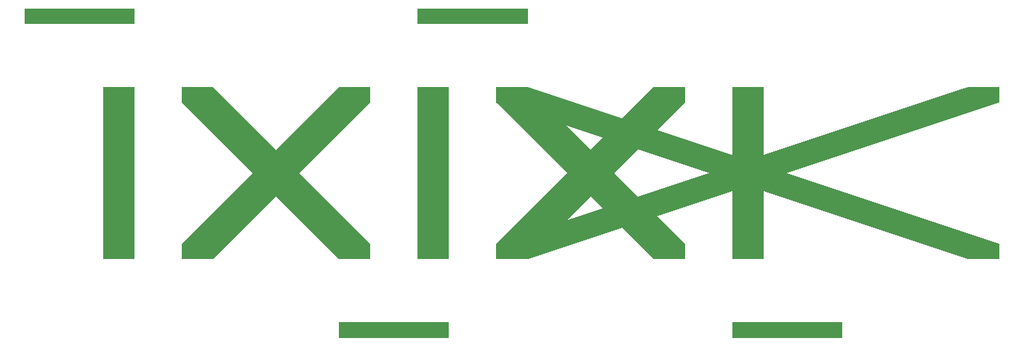
<source format=gbr>
G04 ================================================================================================
Copyright (C) 2025 Tony Luken <tonyluken62+gerberfilereader.gmail.com>

This file is part of GerberFileReader.

GerberFileReader is free software: you can redistribute it and/or modify it under the terms of
the GNU General Public License as published by the Free Software Foundation, either version 3 of
the License, or (at your option) any later version.

GerberFileReader is distributed in the hope that it will be useful, but WITHOUT ANY WARRANTY; 
without even the implied warranty of MERCHANTABILITY or FITNESS FOR A PARTICULAR PURPOSE. See the
GNU General Public License for more details.

You should have received a copy of the GNU General Public License along with GerberFileReader. If
not, see <http://www.gnu.org/licenses/>.
===================================================================================================*

G04 Demonstration of draws with rectangular apertures*

G04 Coordinate format and units*
%FSLAX26Y26*%
%MOMM*%

G04 Define a rectangular aperture*
%ADD15R,4X2*%

G04 Straight line draw mode with dark polarity*
G01*
%LPD*%

G04 Create some draws at various angles*
D15*
X-10000000Y-10000000D02*
X+10000000Y+10000000D01*
X+10000000Y-10000000D02*
X-10000000Y+10000000D01*
X-20000000Y-10000000D02*
X-20000000Y+10000000D01*
X+20000000Y+20000000D02*
X+30000000Y+20000000D01*

X+10000000Y-10000000D02*
X-10000000Y+10000000D01*
X-10000000Y-10000000D02*
X+10000000Y+10000000D01*
X+20000000Y-10000000D02*
X+20000000Y+10000000D01*
X-20000000Y+20000000D02*
X-30000000Y+20000000D01*

G04 Rotate the aperture and create some more draws*
%LR45.0*%
X+30000000Y+10000000D02*
X+90000000Y-10000000D01*
X+90000000Y+10000000D02*
X+30000000Y-10000000D01*
X+20000000Y+10000000D02*
X+20000000Y-10000000D01*
X+60000000Y-20000000D02*
X+70000000Y-20000000D01*

X+50000000Y+10000000D02*
X+30000000Y-10000000D01*
X+30000000Y+10000000D02*
X+50000000Y-10000000D01*
X+60000000Y+10000000D02*
X+60000000Y-10000000D01*
X+20000000Y-20000000D02*
X+10000000Y-20000000D01*

M02*

</source>
